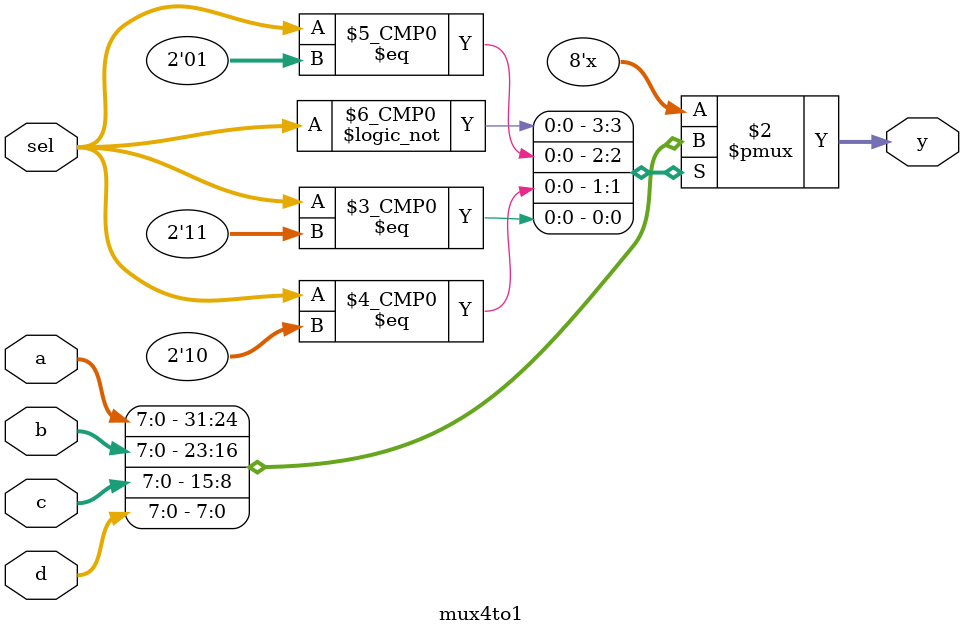
<source format=v>
module top_module ( 
    input clk, 
    input [7:0] d, 
    input [1:0] sel, 
    output [7:0] q 
);
    wire [23:0] add;
    my_dff8 c1 (.clk(clk),.d(d),.q(add[7:0]));
    my_dff8 c2 (.clk(clk),.d(add[7:0]),.q(add[15:8]));
    my_dff8 c3 (.clk(clk),.d(add[15:8]),.q(add[23:16]));
    mux4to1 c4 (.a(d), .b(add[7:0]), .c(add[15:8]), .d(add[23:16]), .sel(sel), .y(q));
   

endmodule

module mux4to1 (
    input [7:0] a, b, c, d,
    input [1:0] sel,
    output [7:0] y
);

always @(sel) begin
    case(sel)
        2'b00: y = a;
        2'b01: y = b;
        2'b10: y = c;
        2'b11: y = d;
    endcase
end
endmodule
</source>
